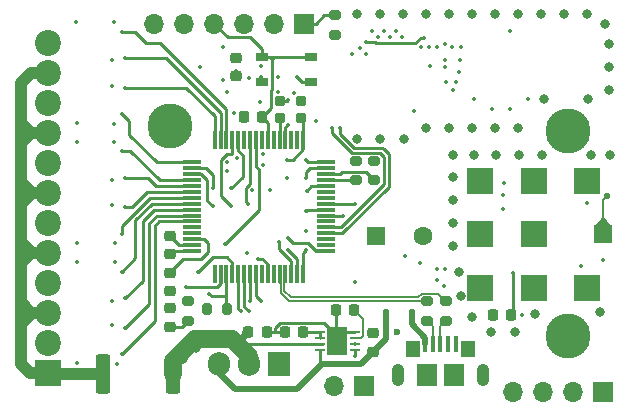
<source format=gtl>
G04 #@! TF.GenerationSoftware,KiCad,Pcbnew,8.0.1*
G04 #@! TF.CreationDate,2024-06-08T15:54:10-04:00*
G04 #@! TF.ProjectId,SAP Mk3.2,53415020-4d6b-4332-9e32-2e6b69636164,rev?*
G04 #@! TF.SameCoordinates,Original*
G04 #@! TF.FileFunction,Copper,L1,Top*
G04 #@! TF.FilePolarity,Positive*
%FSLAX46Y46*%
G04 Gerber Fmt 4.6, Leading zero omitted, Abs format (unit mm)*
G04 Created by KiCad (PCBNEW 8.0.1) date 2024-06-08 15:54:10*
%MOMM*%
%LPD*%
G01*
G04 APERTURE LIST*
G04 Aperture macros list*
%AMRoundRect*
0 Rectangle with rounded corners*
0 $1 Rounding radius*
0 $2 $3 $4 $5 $6 $7 $8 $9 X,Y pos of 4 corners*
0 Add a 4 corners polygon primitive as box body*
4,1,4,$2,$3,$4,$5,$6,$7,$8,$9,$2,$3,0*
0 Add four circle primitives for the rounded corners*
1,1,$1+$1,$2,$3*
1,1,$1+$1,$4,$5*
1,1,$1+$1,$6,$7*
1,1,$1+$1,$8,$9*
0 Add four rect primitives between the rounded corners*
20,1,$1+$1,$2,$3,$4,$5,0*
20,1,$1+$1,$4,$5,$6,$7,0*
20,1,$1+$1,$6,$7,$8,$9,0*
20,1,$1+$1,$8,$9,$2,$3,0*%
G04 Aperture macros list end*
G04 #@! TA.AperFunction,ComponentPad*
%ADD10R,2.200000X2.200000*%
G04 #@! TD*
G04 #@! TA.AperFunction,ComponentPad*
%ADD11C,2.200000*%
G04 #@! TD*
G04 #@! TA.AperFunction,SMDPad,CuDef*
%ADD12RoundRect,0.125000X-0.125000X-0.125000X0.125000X-0.125000X0.125000X0.125000X-0.125000X0.125000X0*%
G04 #@! TD*
G04 #@! TA.AperFunction,SMDPad,CuDef*
%ADD13RoundRect,0.200000X0.200000X0.275000X-0.200000X0.275000X-0.200000X-0.275000X0.200000X-0.275000X0*%
G04 #@! TD*
G04 #@! TA.AperFunction,SMDPad,CuDef*
%ADD14RoundRect,0.225000X-0.250000X0.225000X-0.250000X-0.225000X0.250000X-0.225000X0.250000X0.225000X0*%
G04 #@! TD*
G04 #@! TA.AperFunction,SMDPad,CuDef*
%ADD15RoundRect,0.200000X-0.275000X0.200000X-0.275000X-0.200000X0.275000X-0.200000X0.275000X0.200000X0*%
G04 #@! TD*
G04 #@! TA.AperFunction,SMDPad,CuDef*
%ADD16RoundRect,0.225000X-0.225000X-0.250000X0.225000X-0.250000X0.225000X0.250000X-0.225000X0.250000X0*%
G04 #@! TD*
G04 #@! TA.AperFunction,SMDPad,CuDef*
%ADD17RoundRect,0.075000X-0.075000X0.700000X-0.075000X-0.700000X0.075000X-0.700000X0.075000X0.700000X0*%
G04 #@! TD*
G04 #@! TA.AperFunction,SMDPad,CuDef*
%ADD18RoundRect,0.075000X-0.700000X0.075000X-0.700000X-0.075000X0.700000X-0.075000X0.700000X0.075000X0*%
G04 #@! TD*
G04 #@! TA.AperFunction,SMDPad,CuDef*
%ADD19R,0.400000X1.400000*%
G04 #@! TD*
G04 #@! TA.AperFunction,ComponentPad*
%ADD20O,1.050000X1.900000*%
G04 #@! TD*
G04 #@! TA.AperFunction,SMDPad,CuDef*
%ADD21R,1.150000X1.450000*%
G04 #@! TD*
G04 #@! TA.AperFunction,SMDPad,CuDef*
%ADD22R,1.750000X1.900000*%
G04 #@! TD*
G04 #@! TA.AperFunction,SMDPad,CuDef*
%ADD23RoundRect,0.225000X0.250000X-0.225000X0.250000X0.225000X-0.250000X0.225000X-0.250000X-0.225000X0*%
G04 #@! TD*
G04 #@! TA.AperFunction,SMDPad,CuDef*
%ADD24R,0.812800X0.254000*%
G04 #@! TD*
G04 #@! TA.AperFunction,SMDPad,CuDef*
%ADD25R,1.701800X2.438400*%
G04 #@! TD*
G04 #@! TA.AperFunction,ComponentPad*
%ADD26R,1.700000X1.700000*%
G04 #@! TD*
G04 #@! TA.AperFunction,ComponentPad*
%ADD27O,1.700000X1.700000*%
G04 #@! TD*
G04 #@! TA.AperFunction,SMDPad,CuDef*
%ADD28RoundRect,0.250000X-0.362500X-1.425000X0.362500X-1.425000X0.362500X1.425000X-0.362500X1.425000X0*%
G04 #@! TD*
G04 #@! TA.AperFunction,SMDPad,CuDef*
%ADD29RoundRect,0.218750X-0.218750X-0.256250X0.218750X-0.256250X0.218750X0.256250X-0.218750X0.256250X0*%
G04 #@! TD*
G04 #@! TA.AperFunction,SMDPad,CuDef*
%ADD30RoundRect,0.200000X0.275000X-0.200000X0.275000X0.200000X-0.275000X0.200000X-0.275000X-0.200000X0*%
G04 #@! TD*
G04 #@! TA.AperFunction,ComponentPad*
%ADD31C,2.600000*%
G04 #@! TD*
G04 #@! TA.AperFunction,ConnectorPad*
%ADD32C,3.800000*%
G04 #@! TD*
G04 #@! TA.AperFunction,SMDPad,CuDef*
%ADD33RoundRect,0.225000X0.225000X0.250000X-0.225000X0.250000X-0.225000X-0.250000X0.225000X-0.250000X0*%
G04 #@! TD*
G04 #@! TA.AperFunction,SMDPad,CuDef*
%ADD34RoundRect,0.200000X-0.250000X0.200000X-0.250000X-0.200000X0.250000X-0.200000X0.250000X0.200000X0*%
G04 #@! TD*
G04 #@! TA.AperFunction,ComponentPad*
%ADD35R,1.600000X1.600000*%
G04 #@! TD*
G04 #@! TA.AperFunction,ComponentPad*
%ADD36C,1.600000*%
G04 #@! TD*
G04 #@! TA.AperFunction,ComponentPad*
%ADD37R,1.905000X2.000000*%
G04 #@! TD*
G04 #@! TA.AperFunction,ComponentPad*
%ADD38O,1.905000X2.000000*%
G04 #@! TD*
G04 #@! TA.AperFunction,SMDPad,CuDef*
%ADD39RoundRect,0.218750X0.256250X-0.218750X0.256250X0.218750X-0.256250X0.218750X-0.256250X-0.218750X0*%
G04 #@! TD*
G04 #@! TA.AperFunction,SMDPad,CuDef*
%ADD40R,1.050000X0.650000*%
G04 #@! TD*
G04 #@! TA.AperFunction,SMDPad,CuDef*
%ADD41R,2.300000X2.300000*%
G04 #@! TD*
G04 #@! TA.AperFunction,SMDPad,CuDef*
%ADD42R,1.500000X1.500000*%
G04 #@! TD*
G04 #@! TA.AperFunction,ViaPad*
%ADD43C,0.800000*%
G04 #@! TD*
G04 #@! TA.AperFunction,ViaPad*
%ADD44C,0.350000*%
G04 #@! TD*
G04 #@! TA.AperFunction,ViaPad*
%ADD45C,0.580000*%
G04 #@! TD*
G04 #@! TA.AperFunction,ViaPad*
%ADD46C,0.600000*%
G04 #@! TD*
G04 #@! TA.AperFunction,Conductor*
%ADD47C,0.250000*%
G04 #@! TD*
G04 #@! TA.AperFunction,Conductor*
%ADD48C,1.500000*%
G04 #@! TD*
G04 #@! TA.AperFunction,Conductor*
%ADD49C,0.188000*%
G04 #@! TD*
G04 #@! TA.AperFunction,Conductor*
%ADD50C,0.200000*%
G04 #@! TD*
G04 #@! TA.AperFunction,Conductor*
%ADD51C,0.500000*%
G04 #@! TD*
G04 #@! TA.AperFunction,Conductor*
%ADD52C,1.000000*%
G04 #@! TD*
G04 #@! TA.AperFunction,Conductor*
%ADD53C,0.170000*%
G04 #@! TD*
G04 #@! TA.AperFunction,Conductor*
%ADD54C,0.140000*%
G04 #@! TD*
G04 APERTURE END LIST*
D10*
X82000000Y-77520000D03*
D11*
X82000000Y-74980000D03*
X82000000Y-72440000D03*
X82000000Y-69900000D03*
X82000000Y-67360000D03*
X82000000Y-64820000D03*
X82000000Y-62280000D03*
X82000000Y-59740000D03*
X82000000Y-57200000D03*
X82000000Y-54660000D03*
X82000000Y-52120000D03*
X82000000Y-49580000D03*
D12*
X110600000Y-72400000D03*
X112800000Y-72400000D03*
D13*
X97125000Y-72100000D03*
X95475000Y-72100000D03*
D14*
X109500000Y-74175000D03*
X109500000Y-75725000D03*
D15*
X106300000Y-47250000D03*
X106300000Y-48900000D03*
D16*
X102025000Y-74100000D03*
X103575000Y-74100000D03*
D17*
X103600000Y-57775000D03*
X103100000Y-57775000D03*
X102600000Y-57775000D03*
X102100000Y-57775000D03*
X101600000Y-57775000D03*
X101100000Y-57775000D03*
X100600000Y-57775000D03*
X100100000Y-57775000D03*
X99600000Y-57775000D03*
X99100000Y-57775000D03*
X98600000Y-57775000D03*
X98100000Y-57775000D03*
X97600000Y-57775000D03*
X97100000Y-57775000D03*
X96600000Y-57775000D03*
X96100000Y-57775000D03*
D18*
X94175000Y-59700000D03*
X94175000Y-60200000D03*
X94175000Y-60700000D03*
X94175000Y-61200000D03*
X94175000Y-61700000D03*
X94175000Y-62200000D03*
X94175000Y-62700000D03*
X94175000Y-63200000D03*
X94175000Y-63700000D03*
X94175000Y-64200000D03*
X94175000Y-64700000D03*
X94175000Y-65200000D03*
X94175000Y-65700000D03*
X94175000Y-66200000D03*
X94175000Y-66700000D03*
X94175000Y-67200000D03*
D17*
X96100000Y-69125000D03*
X96600000Y-69125000D03*
X97100000Y-69125000D03*
X97600000Y-69125000D03*
X98100000Y-69125000D03*
X98600000Y-69125000D03*
X99100000Y-69125000D03*
X99600000Y-69125000D03*
X100100000Y-69125000D03*
X100600000Y-69125000D03*
X101100000Y-69125000D03*
X101600000Y-69125000D03*
X102100000Y-69125000D03*
X102600000Y-69125000D03*
X103100000Y-69125000D03*
X103600000Y-69125000D03*
D18*
X105525000Y-67200000D03*
X105525000Y-66700000D03*
X105525000Y-66200000D03*
X105525000Y-65700000D03*
X105525000Y-65200000D03*
X105525000Y-64700000D03*
X105525000Y-64200000D03*
X105525000Y-63700000D03*
X105525000Y-63200000D03*
X105525000Y-62700000D03*
X105525000Y-62200000D03*
X105525000Y-61700000D03*
X105525000Y-61200000D03*
X105525000Y-60700000D03*
X105525000Y-60200000D03*
X105525000Y-59700000D03*
D19*
X113925000Y-75050000D03*
X114575000Y-75050000D03*
X115225000Y-75050000D03*
X115875000Y-75050000D03*
X116525000Y-75050000D03*
D20*
X111650000Y-77700000D03*
D21*
X112905000Y-75470000D03*
D22*
X114100000Y-77700000D03*
X116350000Y-77700000D03*
D21*
X117545000Y-75470000D03*
D20*
X118800000Y-77700000D03*
D23*
X92300000Y-67475000D03*
X92300000Y-65925000D03*
D14*
X92300000Y-69025000D03*
X92300000Y-70575000D03*
D24*
X107945600Y-75600001D03*
X107945600Y-75100000D03*
X107945600Y-74600000D03*
X107945600Y-74099999D03*
X105050000Y-74099999D03*
X105050000Y-74600000D03*
X105050000Y-75100000D03*
X105050000Y-75600001D03*
D25*
X106497800Y-74850000D03*
D26*
X128950000Y-79150000D03*
D27*
X126410000Y-79150000D03*
X123870000Y-79150000D03*
X121330000Y-79150000D03*
D28*
X86650000Y-77600000D03*
X92575000Y-77600000D03*
D29*
X119650000Y-72650000D03*
X121225000Y-72650000D03*
D30*
X108100000Y-61225000D03*
X108100000Y-59575000D03*
D31*
X126000000Y-57050000D03*
D32*
X126000000Y-57050000D03*
D33*
X100100000Y-55850000D03*
X98550000Y-55850000D03*
D34*
X103450000Y-54500000D03*
X101600000Y-54500000D03*
X101600000Y-55950000D03*
X103450000Y-55950000D03*
D35*
X109750000Y-65900000D03*
D36*
X113750000Y-65900000D03*
D16*
X106375000Y-72200000D03*
X107925000Y-72200000D03*
D31*
X92350000Y-56600000D03*
D32*
X92350000Y-56600000D03*
D31*
X126050000Y-74400000D03*
D32*
X126050000Y-74400000D03*
D15*
X93850000Y-71475000D03*
X93850000Y-73125000D03*
D14*
X97900000Y-50875000D03*
X97900000Y-52425000D03*
D37*
X101540000Y-76755000D03*
D38*
X99000000Y-76755000D03*
X96460000Y-76755000D03*
D39*
X92300000Y-73637500D03*
X92300000Y-72062500D03*
D40*
X104225000Y-52900000D03*
X100075000Y-52900000D03*
X104225000Y-50750000D03*
X100075000Y-50750000D03*
D30*
X114100000Y-73100000D03*
X114100000Y-71450000D03*
D16*
X98950000Y-74100000D03*
X100500000Y-74100000D03*
D26*
X108725000Y-78650000D03*
D27*
X106185000Y-78650000D03*
D30*
X115650000Y-73100000D03*
X115650000Y-71450000D03*
D41*
X118600000Y-70300000D03*
X123100000Y-70300000D03*
X127600000Y-70300000D03*
X118600000Y-65800000D03*
X123100000Y-65800000D03*
X118600000Y-61300000D03*
X123100000Y-61300000D03*
X127600000Y-61300000D03*
D42*
X129000000Y-65800000D03*
D30*
X109600000Y-61225000D03*
X109600000Y-59575000D03*
D26*
X103690000Y-47950000D03*
D27*
X101150000Y-47950000D03*
X98610000Y-47950000D03*
X96070000Y-47950000D03*
X93530000Y-47950000D03*
X90990000Y-47950000D03*
D43*
X94500000Y-75400000D03*
D44*
X107950000Y-69800000D03*
D43*
X93450000Y-76350000D03*
D44*
X120550000Y-63650000D03*
X92300000Y-67500000D03*
X121150000Y-48600000D03*
X108950000Y-50500000D03*
X103800000Y-59475000D03*
X108100000Y-59600000D03*
X103250000Y-55850000D03*
X92300000Y-72100000D03*
X97150000Y-53750000D03*
X103850000Y-65500000D03*
X120550000Y-62500000D03*
X103875000Y-67100000D03*
X99950000Y-54550000D03*
X118050000Y-54300000D03*
X113000000Y-55350000D03*
X108400000Y-50000000D03*
X97950000Y-52000000D03*
X101450000Y-53700000D03*
X109600000Y-59550000D03*
X114950000Y-69650000D03*
D43*
X97800000Y-75350000D03*
D44*
X121150000Y-55200000D03*
X101450000Y-52450000D03*
X95500000Y-72100000D03*
X102250000Y-59475000D03*
X115500000Y-70150000D03*
X95950000Y-63425000D03*
X100200000Y-59950000D03*
X97500000Y-63425000D03*
X99250000Y-62050000D03*
X120600000Y-61450000D03*
D45*
X129350000Y-62532872D03*
D44*
X107950000Y-76050000D03*
X121350000Y-69050000D03*
X119625000Y-72650000D03*
X103900000Y-62100000D03*
X102350000Y-66100000D03*
X101550000Y-66400000D03*
X99100000Y-71450000D03*
X99000000Y-72300000D03*
X98300000Y-72300000D03*
X100000000Y-71450000D03*
X88500000Y-53400000D03*
X88500000Y-50900000D03*
X88500000Y-63500000D03*
X88500000Y-61000000D03*
X88500000Y-71200000D03*
X88500000Y-73700000D03*
X99750000Y-67850000D03*
X103850000Y-63850000D03*
X110929123Y-49079013D03*
X95650000Y-70800000D03*
X108100000Y-61225000D03*
X97150000Y-59700000D03*
X127150000Y-68450000D03*
X113450000Y-68250000D03*
X99050000Y-52550000D03*
X98000000Y-59300000D03*
X128956900Y-68000001D03*
X112200000Y-67650000D03*
X109600000Y-61250000D03*
X88250000Y-55600000D03*
X88250000Y-75950000D03*
X88250000Y-68950000D03*
X88250000Y-65750000D03*
X88250000Y-58700000D03*
X88250000Y-48650000D03*
X108950000Y-49500000D03*
X113800000Y-49150000D03*
X106050000Y-56800000D03*
X109400000Y-48550000D03*
X100050000Y-51500000D03*
X98900000Y-63200000D03*
X104650000Y-56200000D03*
X109924018Y-49052010D03*
X102300000Y-56500000D03*
X110428070Y-48535956D03*
X106750000Y-56800000D03*
X111427175Y-48544957D03*
X108000000Y-63200000D03*
X94700000Y-69000000D03*
X97000000Y-66650000D03*
X111943229Y-49094015D03*
X107000000Y-64200000D03*
X93650000Y-70250000D03*
D43*
X125700000Y-47150000D03*
X116300000Y-59100000D03*
D44*
X102300000Y-54450000D03*
D43*
X112050000Y-47150000D03*
D44*
X84400000Y-47850000D03*
X116279651Y-53562500D03*
X106950000Y-74000000D03*
X87800000Y-76800000D03*
D43*
X124000000Y-54350000D03*
D44*
X84450000Y-76700000D03*
X98850000Y-67350000D03*
X106050000Y-48650000D03*
D43*
X108150000Y-47150000D03*
D44*
X116237217Y-49912500D03*
D43*
X129550000Y-59100000D03*
X121500000Y-74050000D03*
D44*
X103050000Y-52450000D03*
X87450000Y-53200000D03*
X87450000Y-61150000D03*
D43*
X129450000Y-49700000D03*
X121850000Y-59100000D03*
X123750000Y-47150000D03*
X116300000Y-60900000D03*
D44*
X114237217Y-49912500D03*
D43*
X129150000Y-47950000D03*
D44*
X96850000Y-52700000D03*
X97750000Y-55550000D03*
D43*
X123250000Y-72500000D03*
D44*
X102325000Y-67100000D03*
X115587217Y-51612500D03*
D43*
X129450000Y-53600000D03*
D44*
X113537217Y-49912500D03*
X93850000Y-71450000D03*
D43*
X114000000Y-47150000D03*
D44*
X114937217Y-49912500D03*
D43*
X128700000Y-72400000D03*
D44*
X87600000Y-57950000D03*
D43*
X116300000Y-64800000D03*
X123150000Y-70300000D03*
D44*
X116750000Y-52012500D03*
X106050000Y-74800000D03*
X103800000Y-61025000D03*
X97500000Y-61875000D03*
X109500000Y-74200000D03*
X127650000Y-63150000D03*
X106950000Y-75600000D03*
D43*
X117892124Y-72830290D03*
X119900000Y-59100000D03*
X117900000Y-47150000D03*
D44*
X92300000Y-70600000D03*
D43*
X127650000Y-70350000D03*
X121800000Y-56800000D03*
X119000000Y-70199999D03*
X116300000Y-62850000D03*
X121800000Y-47150000D03*
D44*
X87650000Y-68100000D03*
X87450000Y-73500000D03*
X84450000Y-56400000D03*
D43*
X110100000Y-57700000D03*
D44*
X102850000Y-53800000D03*
X84450000Y-57950000D03*
X94900000Y-51650000D03*
X115637217Y-49662500D03*
X87450000Y-63300000D03*
D43*
X123100000Y-65800000D03*
D44*
X102250000Y-61025000D03*
D43*
X127950000Y-59100000D03*
D44*
X114329651Y-51512500D03*
D43*
X117900000Y-56800000D03*
X127650000Y-61350000D03*
X118500000Y-61300000D03*
X116750000Y-69000000D03*
D44*
X100200000Y-59000000D03*
X100050000Y-52500000D03*
D43*
X114000000Y-56800000D03*
D44*
X84450000Y-68150000D03*
X106050000Y-74000000D03*
D43*
X115950000Y-56800000D03*
X119500000Y-74050000D03*
D44*
X115587217Y-51012500D03*
X87450000Y-51000000D03*
D43*
X116948011Y-70992822D03*
D44*
X106050000Y-75600000D03*
D43*
X118550000Y-65800000D03*
D44*
X116550000Y-74700000D03*
D43*
X118050000Y-59100000D03*
X112150000Y-57750000D03*
D44*
X96800000Y-49900000D03*
X98850000Y-55550000D03*
X100800000Y-62050000D03*
X115679651Y-52862500D03*
X116579651Y-52912500D03*
D43*
X116300000Y-66750000D03*
X119850000Y-47150000D03*
X123800000Y-59100000D03*
D44*
X87650000Y-66500000D03*
X95950000Y-61875000D03*
D43*
X127650000Y-47150000D03*
D44*
X92300000Y-65950000D03*
D43*
X119850000Y-56800000D03*
D44*
X106950000Y-74800000D03*
X116937217Y-49912500D03*
X107750000Y-50500000D03*
X115600000Y-68750000D03*
X87600000Y-47800000D03*
X114950000Y-68750000D03*
D43*
X129450000Y-51650000D03*
D44*
X98300000Y-55550000D03*
D43*
X110100000Y-47150000D03*
D44*
X84450000Y-66500000D03*
X122125000Y-72650000D03*
X87600000Y-56450000D03*
X87450000Y-71400000D03*
X97150000Y-60450000D03*
D43*
X127750000Y-54350000D03*
X108150000Y-57700000D03*
X115950000Y-47150000D03*
D44*
X97950000Y-50600000D03*
X116887217Y-51062500D03*
D43*
X123100000Y-61300000D03*
D44*
X119550000Y-55200000D03*
X107950000Y-75100000D03*
D46*
X111500000Y-74100000D03*
D44*
X122650000Y-54300000D03*
D47*
X101250000Y-50750000D02*
X101192000Y-50750000D01*
X101250000Y-50750000D02*
X100750000Y-50750000D01*
X104225000Y-50750000D02*
X101250000Y-50750000D01*
X101192000Y-50750000D02*
X100971000Y-50971000D01*
X100971000Y-50971000D02*
X100750000Y-50750000D01*
X100971000Y-53500000D02*
X100971000Y-50971000D01*
X100847200Y-55102800D02*
X100847200Y-53623800D01*
X100847200Y-53623800D02*
X100971000Y-53500000D01*
X100750000Y-50750000D02*
X100075000Y-50750000D01*
X100100000Y-55850000D02*
X100847200Y-55102800D01*
X103500000Y-52900000D02*
X103050000Y-52450000D01*
X104225000Y-52900000D02*
X103500000Y-52900000D01*
X99102800Y-49102800D02*
X100075000Y-50075000D01*
X100075000Y-50075000D02*
X100075000Y-50750000D01*
X97222800Y-49102800D02*
X99102800Y-49102800D01*
X96070000Y-47950000D02*
X97222800Y-49102800D01*
X97150000Y-59022591D02*
X96650000Y-59522591D01*
X103250000Y-55850000D02*
X103450000Y-55950000D01*
X103600000Y-67375000D02*
X103875000Y-67100000D01*
D48*
X97600000Y-74650000D02*
X94400000Y-74650000D01*
X94400000Y-74650000D02*
X92575000Y-76475000D01*
D47*
X95471000Y-61184632D02*
X95471000Y-62946000D01*
X94986368Y-60700000D02*
X95471000Y-61184632D01*
X92300000Y-67500000D02*
X92275000Y-67500000D01*
X105250000Y-75100000D02*
X98050000Y-75100000D01*
X97600000Y-59022591D02*
X97150000Y-59022591D01*
X103600000Y-57775000D02*
X103600000Y-58586368D01*
X105050000Y-75100000D02*
X105250000Y-75100000D01*
X104025000Y-59700000D02*
X103800000Y-59475000D01*
X92575000Y-67200000D02*
X92300000Y-67475000D01*
X98075000Y-74975000D02*
X98075000Y-75125000D01*
D48*
X99000000Y-76050000D02*
X98075000Y-75125000D01*
D47*
X105525000Y-59700000D02*
X104025000Y-59700000D01*
X103600000Y-69125000D02*
X103600000Y-67375000D01*
D48*
X92575000Y-76475000D02*
X92575000Y-77600000D01*
D47*
X97600000Y-57775000D02*
X97600000Y-59022591D01*
X94175000Y-67200000D02*
X92575000Y-67200000D01*
D48*
X98075000Y-75125000D02*
X97600000Y-74650000D01*
D47*
X96650000Y-59522591D02*
X96650000Y-62575000D01*
X98950000Y-74100000D02*
X98075000Y-74975000D01*
X95471000Y-62946000D02*
X95950000Y-63425000D01*
X103600000Y-56100000D02*
X103250000Y-55850000D01*
X103600000Y-58586368D02*
X102711368Y-59475000D01*
X103600000Y-57775000D02*
X103600000Y-56100000D01*
X94175000Y-60700000D02*
X94986368Y-60700000D01*
X98050000Y-75100000D02*
X97600000Y-74650000D01*
X96650000Y-62575000D02*
X97500000Y-63425000D01*
D48*
X99000000Y-76755000D02*
X99000000Y-76050000D01*
D47*
X102711368Y-59475000D02*
X102250000Y-59475000D01*
X92300000Y-67475000D02*
X92300000Y-67500000D01*
X92275000Y-67500000D02*
X92300000Y-67475000D01*
D49*
X129000000Y-65800000D02*
X129000000Y-62850000D01*
X129000000Y-62850000D02*
X129317128Y-62532872D01*
X129317128Y-62532872D02*
X129350000Y-62532872D01*
D47*
X100600000Y-56350000D02*
X100600000Y-57775000D01*
X100100000Y-55850000D02*
X100600000Y-56350000D01*
X95200000Y-66200000D02*
X94175000Y-66200000D01*
X95500000Y-67300000D02*
X95500000Y-66500000D01*
X95500000Y-66500000D02*
X95200000Y-66200000D01*
X93450000Y-67850000D02*
X94950000Y-67850000D01*
X92300000Y-69025000D02*
X92300000Y-69000000D01*
X94950000Y-67850000D02*
X95500000Y-67300000D01*
X92300000Y-69000000D02*
X93450000Y-67850000D01*
X107945600Y-76045600D02*
X107950000Y-76050000D01*
X107945600Y-75600001D02*
X107945600Y-76045600D01*
X105050000Y-74099999D02*
X103575000Y-74100000D01*
X105050000Y-74600000D02*
X105050000Y-74099999D01*
D50*
X108700000Y-74434599D02*
X108534599Y-74600000D01*
X108534599Y-74600000D02*
X107945600Y-74600000D01*
X107925000Y-72200000D02*
X108700000Y-72975000D01*
X108700000Y-72975000D02*
X108700000Y-74434599D01*
D47*
X121350000Y-69050000D02*
X121350000Y-72525000D01*
X121350000Y-72525000D02*
X121225000Y-72650000D01*
X92300000Y-73637500D02*
X93337500Y-73637500D01*
X93337500Y-73637500D02*
X93850000Y-73125000D01*
D51*
X113925000Y-74525000D02*
X113925000Y-75050000D01*
X112800000Y-73400000D02*
X113925000Y-74525000D01*
X112800000Y-72400000D02*
X112800000Y-73400000D01*
D52*
X79700000Y-72450000D02*
X79700000Y-73350000D01*
X79700000Y-63650000D02*
X79700000Y-66450000D01*
X82000000Y-52120000D02*
X80580000Y-52120000D01*
X80610000Y-72440000D02*
X79700000Y-73350000D01*
X79720000Y-62280000D02*
X80600000Y-62280000D01*
X80900000Y-67360000D02*
X80610000Y-67360000D01*
X80900000Y-72440000D02*
X82000000Y-72440000D01*
X79700000Y-53000000D02*
X79700000Y-56050000D01*
X82080000Y-77600000D02*
X82000000Y-77520000D01*
X79700000Y-58400000D02*
X79700000Y-61150000D01*
X79700000Y-61150000D02*
X79700000Y-62300000D01*
X79700000Y-62300000D02*
X79720000Y-62280000D01*
X79700000Y-61380000D02*
X80600000Y-62280000D01*
X80900000Y-67360000D02*
X80590000Y-67360000D01*
X79700000Y-76750000D02*
X80470000Y-77520000D01*
X79700000Y-66450000D02*
X79700000Y-67350000D01*
X80590000Y-72440000D02*
X79700000Y-71550000D01*
X79700000Y-57200000D02*
X79700000Y-58400000D01*
X79700000Y-72450000D02*
X79710000Y-72440000D01*
X79700000Y-73350000D02*
X79700000Y-76750000D01*
X79710000Y-72440000D02*
X80900000Y-72440000D01*
X79700000Y-57200000D02*
X80550000Y-57200000D01*
X79700000Y-56050000D02*
X79700000Y-57200000D01*
X79700000Y-62300000D02*
X79700000Y-63650000D01*
X79700000Y-63180000D02*
X80600000Y-62280000D01*
X82000000Y-67360000D02*
X80900000Y-67360000D01*
X80470000Y-77520000D02*
X82000000Y-77520000D01*
X80900000Y-67360000D02*
X79710000Y-67360000D01*
X79700000Y-68250000D02*
X79700000Y-71550000D01*
X79700000Y-58050000D02*
X80550000Y-57200000D01*
X80900000Y-72440000D02*
X80610000Y-72440000D01*
X79700000Y-58400000D02*
X79700000Y-58050000D01*
X80900000Y-72440000D02*
X80590000Y-72440000D01*
X79700000Y-67350000D02*
X79700000Y-68250000D01*
X79700000Y-71550000D02*
X79700000Y-72450000D01*
X79700000Y-61150000D02*
X79700000Y-61380000D01*
X80550000Y-57200000D02*
X79700000Y-56350000D01*
X79700000Y-56050000D02*
X79700000Y-56350000D01*
X80590000Y-67360000D02*
X79700000Y-68250000D01*
X86650000Y-77600000D02*
X82080000Y-77600000D01*
X80600000Y-62280000D02*
X82000000Y-62280000D01*
X79700000Y-63650000D02*
X79700000Y-63180000D01*
X80580000Y-52120000D02*
X79700000Y-53000000D01*
X80610000Y-67360000D02*
X79700000Y-66450000D01*
X80550000Y-57200000D02*
X82000000Y-57200000D01*
D47*
X104700000Y-47950000D02*
X105400000Y-47250000D01*
X105400000Y-47250000D02*
X106300000Y-47250000D01*
X104300000Y-61700000D02*
X103900000Y-62100000D01*
X105525000Y-61700000D02*
X104300000Y-61700000D01*
X103690000Y-47950000D02*
X104700000Y-47950000D01*
X103050000Y-66500000D02*
X102750000Y-66500000D01*
X105525000Y-67200000D02*
X104713632Y-67200000D01*
X104013632Y-66500000D02*
X103050000Y-66500000D01*
X104713632Y-67200000D02*
X104013632Y-66500000D01*
X102750000Y-66500000D02*
X102350000Y-66100000D01*
X101550000Y-67002409D02*
X101550000Y-66400000D01*
X102600000Y-68052409D02*
X101550000Y-67002409D01*
X102600000Y-69125000D02*
X102600000Y-68052409D01*
X99100000Y-71450000D02*
X99100000Y-69125000D01*
X98600000Y-71900000D02*
X98600000Y-69125000D01*
X99000000Y-72300000D02*
X98600000Y-71900000D01*
X98100000Y-72100000D02*
X98100000Y-69125000D01*
X98300000Y-72300000D02*
X98100000Y-72100000D01*
X100000000Y-71450000D02*
X99600000Y-71050000D01*
X99600000Y-71050000D02*
X99600000Y-69125000D01*
D53*
X115225000Y-75050000D02*
X115225000Y-73525000D01*
X115225000Y-73525000D02*
X115650000Y-73100000D01*
X114575000Y-75050000D02*
X114575000Y-73575000D01*
X114575000Y-73575000D02*
X114100000Y-73100000D01*
D47*
X93700000Y-53400000D02*
X88500000Y-53400000D01*
X96100000Y-55800000D02*
X93700000Y-53400000D01*
X96100000Y-57775000D02*
X96100000Y-55800000D01*
X96600000Y-57775000D02*
X96600000Y-55500000D01*
X92000000Y-50900000D02*
X88500000Y-50900000D01*
X96600000Y-55500000D02*
X92000000Y-50900000D01*
X94175000Y-62200000D02*
X90400000Y-62200000D01*
X90400000Y-62200000D02*
X89100000Y-63500000D01*
X89100000Y-63500000D02*
X88500000Y-63500000D01*
X91150000Y-61700000D02*
X90450000Y-61000000D01*
X90450000Y-61000000D02*
X88500000Y-61000000D01*
X94175000Y-61700000D02*
X91150000Y-61700000D01*
X90000000Y-69700000D02*
X88500000Y-71200000D01*
X90000000Y-64690000D02*
X90000000Y-69700000D01*
X90990000Y-63700000D02*
X90000000Y-64690000D01*
X94175000Y-63700000D02*
X90990000Y-63700000D01*
X91200000Y-64200000D02*
X90550000Y-64850000D01*
X90550000Y-71650000D02*
X88500000Y-73700000D01*
X90550000Y-64850000D02*
X90550000Y-71650000D01*
X94175000Y-64200000D02*
X91200000Y-64200000D01*
X100600000Y-69125000D02*
X100600000Y-68313632D01*
X100136368Y-67850000D02*
X99750000Y-67850000D01*
X100600000Y-68313632D02*
X100136368Y-67850000D01*
X104000000Y-63700000D02*
X103850000Y-63850000D01*
X105525000Y-63700000D02*
X104000000Y-63700000D01*
X95900000Y-71050000D02*
X95650000Y-70800000D01*
X97100000Y-71050000D02*
X97100000Y-72075000D01*
X97100000Y-69125000D02*
X97100000Y-71050000D01*
X97100000Y-71050000D02*
X95900000Y-71050000D01*
X105525000Y-61200000D02*
X108075000Y-61200000D01*
X108075000Y-61200000D02*
X108100000Y-61225000D01*
X108897200Y-60522200D02*
X106877800Y-60522200D01*
X105525000Y-60700000D02*
X106700000Y-60700000D01*
X109600000Y-61225000D02*
X108897200Y-60522200D01*
X106877800Y-60522200D02*
X106700000Y-60700000D01*
X94175000Y-59700000D02*
X91200000Y-59700000D01*
X88850000Y-56200000D02*
X88250000Y-55600000D01*
X91200000Y-59700000D02*
X88850000Y-57350000D01*
X88850000Y-57350000D02*
X88850000Y-56200000D01*
D54*
X102100000Y-69858588D02*
X102100000Y-69125000D01*
X102532200Y-71132200D02*
X102000000Y-70600000D01*
X113303974Y-71132200D02*
X102532200Y-71132200D01*
X113633974Y-70802200D02*
X113303974Y-71132200D01*
X115002200Y-70802200D02*
X113633974Y-70802200D01*
X102000000Y-70600000D02*
X102000000Y-69958588D01*
X115650000Y-71450000D02*
X115002200Y-70802200D01*
X102000000Y-69958588D02*
X102100000Y-69858588D01*
X114100000Y-71450000D02*
X102400563Y-71450000D01*
X101682200Y-70731637D02*
X101682200Y-69982200D01*
X101682200Y-69982200D02*
X101600000Y-69900000D01*
X102400563Y-71450000D02*
X101682200Y-70731637D01*
X101600000Y-69900000D02*
X101600000Y-69125000D01*
D47*
X91050000Y-73150000D02*
X88250000Y-75950000D01*
X91400000Y-64700000D02*
X91050000Y-65050000D01*
X94175000Y-64700000D02*
X91400000Y-64700000D01*
X91050000Y-65050000D02*
X91050000Y-73150000D01*
X90790000Y-63200000D02*
X89400000Y-64590000D01*
X89400000Y-67800000D02*
X88250000Y-68950000D01*
X94175000Y-63200000D02*
X90790000Y-63200000D01*
X89400000Y-64590000D02*
X89400000Y-67800000D01*
X88250000Y-65045000D02*
X88250000Y-65750000D01*
X94175000Y-62700000D02*
X90595000Y-62700000D01*
X90595000Y-62700000D02*
X88250000Y-65045000D01*
X88950000Y-58700000D02*
X88250000Y-58700000D01*
X91450000Y-61200000D02*
X88950000Y-58700000D01*
X94175000Y-61200000D02*
X91450000Y-61200000D01*
X97100000Y-55200000D02*
X91450000Y-49550000D01*
X89350000Y-48650000D02*
X88250000Y-48650000D01*
X97100000Y-57775000D02*
X97100000Y-55200000D01*
X91450000Y-49550000D02*
X90250000Y-49550000D01*
X90250000Y-49550000D02*
X89350000Y-48650000D01*
X113100000Y-49600000D02*
X113550000Y-49150000D01*
X108950000Y-49500000D02*
X109650000Y-49500000D01*
X109750000Y-49600000D02*
X113100000Y-49600000D01*
X109650000Y-49500000D02*
X109750000Y-49600000D01*
X113550000Y-49150000D02*
X113800000Y-49150000D01*
X110450000Y-61566608D02*
X106816608Y-65200000D01*
X110122200Y-58872200D02*
X110450000Y-59200000D01*
X106816608Y-65200000D02*
X105525000Y-65200000D01*
X106050000Y-57198910D02*
X107723290Y-58872200D01*
X107723290Y-58872200D02*
X110122200Y-58872200D01*
X110450000Y-59200000D02*
X110450000Y-61566608D01*
X106050000Y-56800000D02*
X106050000Y-57198910D01*
X99100000Y-61522591D02*
X98771000Y-61851591D01*
X98771000Y-63071000D02*
X98900000Y-63200000D01*
X99100000Y-57775000D02*
X99100000Y-61522591D01*
X98771000Y-61851591D02*
X98771000Y-63071000D01*
X102100000Y-56700000D02*
X102100000Y-57775000D01*
X102300000Y-56500000D02*
X102100000Y-56700000D01*
X107900490Y-58444400D02*
X106750000Y-57293910D01*
X110299400Y-58444400D02*
X108550000Y-58444400D01*
X106750000Y-57293910D02*
X106750000Y-56800000D01*
X105525000Y-65700000D02*
X106921608Y-65700000D01*
X110877800Y-61389408D02*
X110877800Y-59022800D01*
X110452500Y-58597500D02*
X110299400Y-58444400D01*
X110877800Y-59022800D02*
X110452500Y-58597500D01*
X108550000Y-58444400D02*
X107900490Y-58444400D01*
X110877800Y-61743808D02*
X110877800Y-61389408D01*
X106921608Y-65700000D02*
X110877800Y-61743808D01*
X108000000Y-63200000D02*
X105525000Y-63200000D01*
X97600000Y-68219232D02*
X97600000Y-69125000D01*
X97130768Y-67750000D02*
X97600000Y-68219232D01*
X94700000Y-69000000D02*
X95950000Y-67750000D01*
X95950000Y-67750000D02*
X97130768Y-67750000D01*
X99900000Y-63750000D02*
X97000000Y-66650000D01*
X99900000Y-60327409D02*
X99900000Y-63750000D01*
X99600000Y-60027409D02*
X99900000Y-60327409D01*
X99600000Y-57775000D02*
X99600000Y-60027409D01*
X107000000Y-64200000D02*
X105525000Y-64200000D01*
X101600000Y-57775000D02*
X101600000Y-55950000D01*
X93650000Y-70250000D02*
X96286368Y-70250000D01*
X96286368Y-70250000D02*
X96600000Y-69936368D01*
X96600000Y-69936368D02*
X96600000Y-69125000D01*
X98100000Y-58722591D02*
X98479000Y-59101591D01*
X106375000Y-72200000D02*
X106375000Y-74727200D01*
X93075000Y-66700000D02*
X92325000Y-65950000D01*
X103800000Y-60550000D02*
X103800000Y-61025000D01*
X103100000Y-69125000D02*
X103100000Y-67875000D01*
X98479000Y-60896000D02*
X97500000Y-61875000D01*
X107247801Y-74099999D02*
X106497800Y-74850000D01*
X101250000Y-73750000D02*
X101677800Y-73322200D01*
X107945600Y-74099999D02*
X107247801Y-74099999D01*
X106375000Y-74727200D02*
X106497800Y-74850000D01*
X101250000Y-74100000D02*
X102025000Y-74100000D01*
X101250000Y-74100000D02*
X101250000Y-73750000D01*
X100500000Y-74100000D02*
X101250000Y-74100000D01*
X101677800Y-73322200D02*
X105372200Y-73322200D01*
X92325000Y-65950000D02*
X92300000Y-65950000D01*
X98100000Y-57775000D02*
X98100000Y-58722591D01*
X95950000Y-60750000D02*
X95950000Y-61875000D01*
X94175000Y-60200000D02*
X95400000Y-60200000D01*
X95400000Y-60200000D02*
X95950000Y-60750000D01*
X105372200Y-73322200D02*
X106050000Y-74000000D01*
X102250000Y-54500000D02*
X102300000Y-54450000D01*
X104150000Y-60200000D02*
X103800000Y-60550000D01*
X105525000Y-60200000D02*
X104150000Y-60200000D01*
X98479000Y-59101591D02*
X98479000Y-60896000D01*
X92300000Y-65950000D02*
X92300000Y-65925000D01*
X94175000Y-66700000D02*
X93075000Y-66700000D01*
X103100000Y-67875000D02*
X102325000Y-67100000D01*
X92300000Y-65925000D02*
X92300000Y-65925000D01*
X101600000Y-54500000D02*
X102250000Y-54500000D01*
D51*
X105050000Y-76900000D02*
X104825000Y-77125000D01*
X110600000Y-74625000D02*
X110600000Y-72400000D01*
X103050000Y-78900000D02*
X104825000Y-77125000D01*
X105203000Y-76747000D02*
X108458600Y-76747000D01*
X96460000Y-77560000D02*
X97800000Y-78900000D01*
X109500000Y-75725000D02*
X110600000Y-74625000D01*
D48*
X96500000Y-76715000D02*
X96460000Y-76755000D01*
D51*
X96460000Y-76755000D02*
X96460000Y-77560000D01*
X109500000Y-75725000D02*
X109480600Y-75725000D01*
X104825000Y-77125000D02*
X105203000Y-76747000D01*
X109480600Y-75725000D02*
X108458600Y-76747000D01*
D47*
X105050000Y-75600001D02*
X105050000Y-76900000D01*
D51*
X97800000Y-78900000D02*
X103050000Y-78900000D01*
G04 #@! TA.AperFunction,Conductor*
G36*
X98511415Y-73918306D02*
G01*
X98945783Y-74097264D01*
X98952127Y-74103584D01*
X98952411Y-74104338D01*
X99106995Y-74561972D01*
X99106396Y-74570906D01*
X99099654Y-74576801D01*
X99097831Y-74577257D01*
X98954336Y-74601137D01*
X98954323Y-74601140D01*
X98797266Y-74646779D01*
X98797264Y-74646780D01*
X98640222Y-74711911D01*
X98640200Y-74711921D01*
X98483131Y-74796564D01*
X98334050Y-74895411D01*
X98325262Y-74897127D01*
X98319312Y-74893933D01*
X98155612Y-74730233D01*
X98152185Y-74721960D01*
X98153719Y-74716169D01*
X98219440Y-74600858D01*
X98289580Y-74458294D01*
X98359720Y-74296231D01*
X98429860Y-74114667D01*
X98495928Y-73925275D01*
X98501887Y-73918595D01*
X98510828Y-73918084D01*
X98511415Y-73918306D01*
G37*
G04 #@! TD.AperFunction*
G04 #@! TA.AperFunction,Conductor*
G36*
X129095790Y-64303427D02*
G01*
X129097437Y-64305496D01*
X129225204Y-64509791D01*
X129356400Y-64689676D01*
X129487599Y-64839676D01*
X129487602Y-64839679D01*
X129487605Y-64839682D01*
X129531757Y-64880101D01*
X129618798Y-64959783D01*
X129738418Y-65042036D01*
X129743294Y-65049548D01*
X129741430Y-65058306D01*
X129740068Y-65059945D01*
X129008279Y-65792709D01*
X129000008Y-65796141D01*
X128991732Y-65792720D01*
X128991721Y-65792709D01*
X128582712Y-65383156D01*
X128259930Y-65059943D01*
X128256510Y-65051669D01*
X128259942Y-65043398D01*
X128261576Y-65042039D01*
X128381200Y-64959784D01*
X128512400Y-64839676D01*
X128643599Y-64689676D01*
X128774799Y-64509784D01*
X128902563Y-64305496D01*
X128909856Y-64300299D01*
X128912483Y-64300000D01*
X129087517Y-64300000D01*
X129095790Y-64303427D01*
G37*
G04 #@! TD.AperFunction*
M02*

</source>
